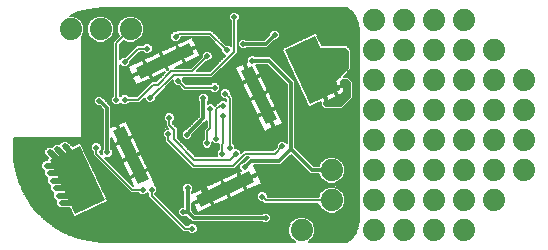
<source format=gbl>
G75*
%MOIN*%
%OFA0B0*%
%FSLAX24Y24*%
%IPPOS*%
%LPD*%
%AMOC8*
5,1,8,0,0,1.08239X$1,22.5*
%
%ADD10R,0.1098X0.2000*%
%ADD11R,0.1969X0.0394*%
%ADD12C,0.0740*%
%ADD13C,0.0200*%
%ADD14C,0.0120*%
%ADD15C,0.0070*%
%ADD16C,0.0080*%
%ADD17C,0.0060*%
%ADD18C,0.0200*%
%ADD19C,0.0160*%
D10*
G36*
X010792Y002920D02*
X009798Y002456D01*
X008952Y004268D01*
X009946Y004732D01*
X010792Y002920D01*
G37*
G36*
X018631Y006576D02*
X017637Y006112D01*
X016791Y007924D01*
X017785Y008388D01*
X018631Y006576D01*
G37*
D11*
G36*
X015696Y007395D02*
X016527Y005612D01*
X016170Y005445D01*
X015339Y007228D01*
X015696Y007395D01*
G37*
G36*
X011818Y007326D02*
X013601Y008157D01*
X013768Y007800D01*
X011985Y006969D01*
X011818Y007326D01*
G37*
G36*
X011414Y005399D02*
X012245Y003616D01*
X011888Y003449D01*
X011057Y005232D01*
X011414Y005399D01*
G37*
G36*
X013815Y003044D02*
X015598Y003875D01*
X015765Y003518D01*
X013982Y002687D01*
X013815Y003044D01*
G37*
D12*
X017350Y001922D03*
X018350Y001922D03*
X018350Y002922D03*
X018350Y003922D03*
X019750Y003922D03*
X019750Y004922D03*
X020750Y004922D03*
X020750Y003922D03*
X021750Y003922D03*
X021750Y004922D03*
X022750Y004922D03*
X022750Y003922D03*
X022750Y002922D03*
X022750Y001922D03*
X021750Y001922D03*
X020750Y001922D03*
X019750Y001922D03*
X019750Y002922D03*
X020750Y002922D03*
X021750Y002922D03*
X023750Y002922D03*
X023750Y003922D03*
X023750Y004922D03*
X024750Y004922D03*
X024750Y003922D03*
X024750Y005922D03*
X024750Y006922D03*
X023750Y006922D03*
X023750Y005922D03*
X022750Y005922D03*
X022750Y006922D03*
X021750Y006922D03*
X021750Y005922D03*
X020750Y005922D03*
X020750Y006922D03*
X019750Y006922D03*
X019750Y005922D03*
X019750Y007922D03*
X020750Y007922D03*
X021750Y007922D03*
X022750Y007922D03*
X023750Y007922D03*
X022750Y008922D03*
X021750Y008922D03*
X020750Y008922D03*
X019750Y008922D03*
X018350Y008922D03*
X011650Y008622D03*
X010650Y008622D03*
X009650Y008622D03*
D13*
X010278Y007542D03*
X010869Y007542D03*
X011450Y007522D03*
X012200Y007972D03*
X012950Y008172D03*
X013150Y008372D03*
X014200Y007722D03*
X014850Y007922D03*
X015400Y008122D03*
X015300Y008622D03*
X015100Y009022D03*
X016450Y008422D03*
X016850Y008872D03*
X017100Y008872D03*
X017400Y008872D03*
X017650Y008872D03*
X018450Y007672D03*
X018450Y007422D03*
X018750Y007672D03*
X018850Y006722D03*
X018850Y006422D03*
X018600Y006272D03*
X018300Y006172D03*
X016700Y006522D03*
X016200Y005172D03*
X015600Y005172D03*
X014950Y004672D03*
X015150Y004472D03*
X014700Y004472D03*
X014500Y004972D03*
X014195Y004818D03*
X013525Y005105D03*
X012900Y005122D03*
X012937Y005662D03*
X012351Y005111D03*
X012339Y005709D03*
X012300Y006322D03*
X011450Y006272D03*
X011170Y006262D03*
X010600Y006222D03*
X010276Y006174D03*
X010620Y005648D03*
X010500Y004672D03*
X010870Y004512D03*
X009450Y004722D03*
X009200Y004622D03*
X008950Y004522D03*
X008850Y004072D03*
X008950Y003822D03*
X009050Y003572D03*
X009150Y003322D03*
X009250Y003072D03*
X009350Y002822D03*
X009350Y002402D03*
X009350Y002142D03*
X010950Y002072D03*
X012050Y003272D03*
X012350Y003272D03*
X013400Y002522D03*
X013010Y002072D03*
X013700Y001972D03*
X013550Y003322D03*
X014100Y003322D03*
X012937Y004517D03*
X014300Y005972D03*
X014073Y006322D03*
X014450Y006672D03*
X014800Y006472D03*
X015150Y006472D03*
X014737Y006068D03*
X014737Y005713D03*
X015600Y005822D03*
X016700Y004722D03*
X016050Y003922D03*
X015450Y004022D03*
X016036Y003036D03*
X016150Y002322D03*
X016950Y003222D03*
X013820Y006891D03*
X013230Y006892D03*
X013230Y006302D03*
X015700Y007572D03*
D14*
X016250Y007572D01*
X017000Y006822D01*
X017000Y004622D01*
X016600Y004222D01*
X015650Y004222D01*
X015450Y004022D01*
X017000Y004622D02*
X017700Y003922D01*
X018350Y003922D01*
X018600Y006272D02*
X018400Y006672D01*
X018450Y006622D01*
X018850Y006822D01*
X018450Y006572D02*
X018600Y006272D01*
X018450Y006572D02*
X017711Y007250D01*
X016450Y008422D02*
X016150Y008122D01*
X015400Y008122D01*
X014073Y006322D02*
X014073Y005653D01*
X013525Y005105D01*
X013550Y003322D02*
X013550Y002522D01*
X013750Y002322D01*
X016150Y002322D01*
X013550Y002522D02*
X013400Y002522D01*
X011000Y002072D02*
X010950Y002072D01*
X010870Y004512D02*
X010869Y004513D01*
X010869Y005989D01*
X010636Y006222D01*
X010600Y006222D01*
D15*
X011450Y006272D02*
X011900Y006272D01*
X012400Y006772D01*
X012550Y006772D01*
X013000Y007222D01*
X013700Y007222D01*
X014200Y007722D01*
X014850Y007922D02*
X014300Y008472D01*
X013250Y008472D01*
X013150Y008372D01*
X012200Y007972D02*
X011900Y007972D01*
X011450Y007522D01*
X012300Y006322D02*
X013080Y007102D01*
X014330Y007102D01*
X015100Y007872D01*
X015100Y009022D01*
X014450Y006672D02*
X013450Y006672D01*
X013230Y006892D01*
X012937Y005662D02*
X012937Y005435D01*
X013100Y005272D01*
X013100Y004949D01*
X013777Y004272D01*
X014950Y004272D01*
X015150Y004472D01*
X014950Y004672D02*
X014950Y006322D01*
X014800Y006472D01*
X014737Y006068D02*
X014619Y006068D01*
X014500Y005950D01*
X014500Y004972D01*
X014500Y004972D01*
X014700Y004772D02*
X014700Y004472D01*
X014700Y004772D02*
X014737Y004809D01*
X014737Y005713D01*
X014300Y005972D02*
X014300Y005323D01*
X014195Y005218D01*
X014195Y004818D01*
X013750Y004072D02*
X015070Y004072D01*
X015470Y004472D01*
X016450Y004472D01*
X016700Y004722D01*
X018100Y006122D02*
X018100Y006179D01*
X018159Y006206D01*
X018104Y006326D01*
X018156Y006378D01*
X018223Y006236D01*
X018705Y006461D01*
X018732Y006484D01*
X018752Y006513D01*
X018765Y006546D01*
X018768Y006582D01*
X018762Y006617D01*
X018645Y006867D01*
X018700Y006922D01*
X018850Y006922D01*
X018950Y006822D01*
X018950Y006372D01*
X018650Y006072D01*
X018150Y006072D01*
X018100Y006122D01*
X018100Y006149D02*
X018727Y006149D01*
X018795Y006217D02*
X018154Y006217D01*
X018122Y006286D02*
X018200Y006286D01*
X018168Y006354D02*
X018132Y006354D01*
X018329Y006286D02*
X018864Y006286D01*
X018932Y006354D02*
X018476Y006354D01*
X018623Y006423D02*
X018950Y006423D01*
X018950Y006491D02*
X018737Y006491D01*
X018766Y006560D02*
X018950Y006560D01*
X018950Y006628D02*
X018756Y006628D01*
X018724Y006697D02*
X018950Y006697D01*
X018950Y006765D02*
X018692Y006765D01*
X018660Y006834D02*
X018938Y006834D01*
X018870Y006902D02*
X018680Y006902D01*
X018658Y006080D02*
X018142Y006080D01*
X018350Y002922D02*
X016150Y002922D01*
X016036Y003036D01*
X013750Y004072D02*
X012900Y004922D01*
X012900Y005122D01*
X012350Y003272D02*
X012350Y003072D01*
X013450Y001972D01*
X013700Y001972D01*
X012050Y003272D02*
X011700Y003272D01*
X010500Y004472D01*
X010500Y004672D01*
D16*
X011170Y006262D02*
X011170Y008142D01*
X011650Y008622D01*
D17*
X008898Y003470D02*
X007965Y003470D01*
X007941Y003528D02*
X008870Y003528D01*
X008870Y003497D02*
X008970Y003397D01*
X008970Y003247D01*
X009070Y003147D01*
X009070Y002997D01*
X009170Y002897D01*
X009170Y002747D01*
X009275Y002642D01*
X009622Y002642D01*
X009738Y002392D01*
X009801Y002369D01*
X010856Y002862D01*
X010879Y002924D01*
X010006Y004797D01*
X009943Y004819D01*
X009714Y004712D01*
X009525Y004902D01*
X009375Y004902D01*
X009275Y004802D01*
X009275Y004802D01*
X009125Y004802D01*
X009025Y004702D01*
X009025Y004702D01*
X008875Y004702D01*
X008770Y004597D01*
X008770Y004447D01*
X008890Y004328D01*
X008888Y004327D01*
X008865Y004265D01*
X008871Y004252D01*
X008775Y004252D01*
X008670Y004147D01*
X008670Y003997D01*
X008770Y003897D01*
X008770Y003747D01*
X008870Y003647D01*
X008870Y003497D01*
X008870Y003587D02*
X007917Y003587D01*
X007892Y003645D02*
X008870Y003645D01*
X008870Y003647D02*
X008870Y003647D01*
X008814Y003704D02*
X007879Y003704D01*
X007889Y003654D02*
X007774Y004229D01*
X007760Y004522D01*
X007760Y004975D01*
X009995Y004975D01*
X010013Y004992D01*
X010013Y008349D01*
X010031Y008367D01*
X010100Y008533D01*
X010100Y008712D01*
X010031Y008877D01*
X009905Y009004D01*
X009740Y009072D01*
X009613Y009072D01*
X009882Y009183D01*
X010457Y009298D01*
X010750Y009312D01*
X018850Y009312D01*
X018920Y009269D01*
X019016Y009188D01*
X019097Y009092D01*
X019163Y008985D01*
X019211Y008869D01*
X019240Y008747D01*
X019250Y008622D01*
X019250Y002222D01*
X019240Y002097D01*
X019211Y001975D01*
X019163Y001859D01*
X019097Y001752D01*
X019016Y001656D01*
X018920Y001575D01*
X018850Y001532D01*
X017584Y001532D01*
X017605Y001541D01*
X017731Y001667D01*
X017800Y001833D01*
X017800Y002012D01*
X017731Y002177D01*
X017605Y002304D01*
X017440Y002372D01*
X017260Y002372D01*
X017095Y002304D01*
X016969Y002177D01*
X016900Y002012D01*
X016900Y001833D01*
X016969Y001667D01*
X017095Y001541D01*
X017116Y001532D01*
X010750Y001532D01*
X010457Y001546D01*
X009882Y001661D01*
X009341Y001885D01*
X008853Y002211D01*
X008439Y002625D01*
X008113Y003113D01*
X007889Y003654D01*
X007867Y003762D02*
X008770Y003762D01*
X008770Y003821D02*
X007856Y003821D01*
X007844Y003879D02*
X008770Y003879D01*
X008770Y003897D02*
X008770Y003897D01*
X008730Y003938D02*
X007832Y003938D01*
X007821Y003996D02*
X008671Y003996D01*
X008670Y004055D02*
X007809Y004055D01*
X007797Y004113D02*
X008670Y004113D01*
X008695Y004172D02*
X007786Y004172D01*
X007774Y004230D02*
X008753Y004230D01*
X008874Y004289D02*
X007771Y004289D01*
X007769Y004347D02*
X008870Y004347D01*
X008812Y004406D02*
X007766Y004406D01*
X007763Y004464D02*
X008770Y004464D01*
X008770Y004523D02*
X007760Y004523D01*
X007760Y004581D02*
X008770Y004581D01*
X008813Y004640D02*
X007760Y004640D01*
X007760Y004698D02*
X008871Y004698D01*
X009080Y004757D02*
X007760Y004757D01*
X007760Y004815D02*
X009288Y004815D01*
X009347Y004874D02*
X007760Y004874D01*
X007760Y004932D02*
X010729Y004932D01*
X010729Y004874D02*
X009553Y004874D01*
X009612Y004815D02*
X009935Y004815D01*
X009955Y004815D02*
X010388Y004815D01*
X010425Y004852D02*
X010320Y004747D01*
X010320Y004597D01*
X010385Y004532D01*
X010385Y004424D01*
X010452Y004357D01*
X011652Y003157D01*
X011851Y003157D01*
X011871Y003150D01*
X011887Y003157D01*
X011910Y003157D01*
X011975Y003092D01*
X012125Y003092D01*
X012200Y003167D01*
X012235Y003132D01*
X012235Y003024D01*
X012302Y002957D01*
X012302Y002957D01*
X013335Y001924D01*
X013402Y001857D01*
X013560Y001857D01*
X013625Y001792D01*
X013775Y001792D01*
X013880Y001897D01*
X013880Y002047D01*
X013775Y002152D01*
X013625Y002152D01*
X013560Y002087D01*
X013498Y002087D01*
X012465Y003120D01*
X012465Y003132D01*
X012530Y003197D01*
X012530Y003347D01*
X012464Y003413D01*
X012470Y003416D01*
X012479Y003439D01*
X012257Y003915D01*
X012234Y003923D01*
X011984Y003807D01*
X011976Y003784D01*
X012035Y003658D01*
X011971Y003628D01*
X011907Y003765D01*
X011884Y003773D01*
X011634Y003657D01*
X011626Y003634D01*
X011735Y003399D01*
X010803Y004332D01*
X010945Y004332D01*
X011050Y004437D01*
X011050Y004587D01*
X011009Y004628D01*
X011009Y004999D01*
X011098Y004808D01*
X011121Y004800D01*
X011370Y004916D01*
X011379Y004939D01*
X011157Y005415D01*
X011134Y005423D01*
X011009Y005365D01*
X011009Y006047D01*
X010780Y006276D01*
X010780Y006297D01*
X010675Y006402D01*
X010525Y006402D01*
X010420Y006297D01*
X010420Y006147D01*
X010525Y006042D01*
X010618Y006042D01*
X010729Y005931D01*
X010729Y004626D01*
X010690Y004587D01*
X010690Y004445D01*
X010615Y004520D01*
X010615Y004532D01*
X010680Y004597D01*
X010680Y004747D01*
X010575Y004852D01*
X010425Y004852D01*
X010330Y004757D02*
X010024Y004757D01*
X010052Y004698D02*
X010320Y004698D01*
X010320Y004640D02*
X010079Y004640D01*
X010106Y004581D02*
X010336Y004581D01*
X010385Y004523D02*
X010134Y004523D01*
X010161Y004464D02*
X010385Y004464D01*
X010404Y004406D02*
X010188Y004406D01*
X010215Y004347D02*
X010462Y004347D01*
X010521Y004289D02*
X010243Y004289D01*
X010270Y004230D02*
X010579Y004230D01*
X010638Y004172D02*
X010297Y004172D01*
X010324Y004113D02*
X010696Y004113D01*
X010755Y004055D02*
X010352Y004055D01*
X010379Y003996D02*
X010813Y003996D01*
X010872Y003938D02*
X010406Y003938D01*
X010434Y003879D02*
X010930Y003879D01*
X010989Y003821D02*
X010461Y003821D01*
X010488Y003762D02*
X011047Y003762D01*
X011106Y003704D02*
X010515Y003704D01*
X010543Y003645D02*
X011164Y003645D01*
X011223Y003587D02*
X010570Y003587D01*
X010597Y003528D02*
X011281Y003528D01*
X011340Y003470D02*
X010625Y003470D01*
X010652Y003411D02*
X011398Y003411D01*
X011457Y003353D02*
X010679Y003353D01*
X010706Y003294D02*
X011515Y003294D01*
X011574Y003236D02*
X010734Y003236D01*
X010761Y003177D02*
X011632Y003177D01*
X011724Y003411D02*
X011730Y003411D01*
X011703Y003470D02*
X011665Y003470D01*
X011675Y003528D02*
X011607Y003528D01*
X011648Y003587D02*
X011548Y003587D01*
X011490Y003645D02*
X011630Y003645D01*
X011621Y003700D02*
X011870Y003816D01*
X011879Y003839D01*
X011657Y004315D01*
X011634Y004323D01*
X011384Y004207D01*
X011376Y004184D01*
X011598Y003708D01*
X011621Y003700D01*
X011630Y003704D02*
X011734Y003704D01*
X011755Y003762D02*
X011859Y003762D01*
X011908Y003762D02*
X011986Y003762D01*
X012013Y003704D02*
X011935Y003704D01*
X011963Y003645D02*
X012006Y003645D01*
X012013Y003821D02*
X011872Y003821D01*
X011860Y003879D02*
X011938Y003879D01*
X011948Y003858D02*
X011971Y003850D01*
X012220Y003966D01*
X012229Y003989D01*
X012007Y004465D01*
X011984Y004473D01*
X011734Y004357D01*
X011726Y004334D01*
X011948Y003858D01*
X011911Y003938D02*
X011833Y003938D01*
X011806Y003996D02*
X011883Y003996D01*
X011856Y004055D02*
X011778Y004055D01*
X011751Y004113D02*
X011829Y004113D01*
X011802Y004172D02*
X011724Y004172D01*
X011696Y004230D02*
X011774Y004230D01*
X011747Y004289D02*
X011669Y004289D01*
X011731Y004347D02*
X011580Y004347D01*
X011620Y004366D02*
X011371Y004250D01*
X011348Y004258D01*
X011126Y004734D01*
X011134Y004757D01*
X011384Y004873D01*
X011407Y004865D01*
X011629Y004389D01*
X011620Y004366D01*
X011621Y004406D02*
X011705Y004406D01*
X011698Y004408D02*
X011721Y004400D01*
X011970Y004516D01*
X011979Y004539D01*
X011757Y005015D01*
X011734Y005023D01*
X011484Y004907D01*
X011476Y004884D01*
X011698Y004408D01*
X011734Y004406D02*
X011838Y004406D01*
X011859Y004464D02*
X011964Y004464D01*
X012007Y004464D02*
X013195Y004464D01*
X013137Y004523D02*
X011973Y004523D01*
X011959Y004581D02*
X013078Y004581D01*
X013020Y004640D02*
X011932Y004640D01*
X011905Y004698D02*
X012961Y004698D01*
X012903Y004757D02*
X011877Y004757D01*
X011850Y004815D02*
X012844Y004815D01*
X012852Y004807D02*
X013635Y004024D01*
X013702Y003957D01*
X015118Y003957D01*
X015518Y004357D01*
X015587Y004357D01*
X015432Y004202D01*
X015375Y004202D01*
X015270Y004097D01*
X015270Y003947D01*
X015313Y003905D01*
X015257Y003879D01*
X015249Y003856D01*
X015365Y003607D01*
X015388Y003598D01*
X015864Y003820D01*
X015872Y003843D01*
X015761Y004082D01*
X016658Y004082D01*
X016740Y004164D01*
X016740Y004164D01*
X017000Y004424D01*
X017560Y003864D01*
X017642Y003782D01*
X017921Y003782D01*
X017969Y003667D01*
X018095Y003541D01*
X018260Y003472D01*
X018440Y003472D01*
X018605Y003541D01*
X018731Y003667D01*
X018800Y003833D01*
X018800Y004012D01*
X018731Y004177D01*
X018605Y004304D01*
X018440Y004372D01*
X018260Y004372D01*
X018095Y004304D01*
X017969Y004177D01*
X017921Y004062D01*
X017758Y004062D01*
X017140Y004680D01*
X017140Y006880D01*
X017058Y006962D01*
X016390Y007630D01*
X016308Y007712D01*
X015815Y007712D01*
X015775Y007752D01*
X015625Y007752D01*
X015520Y007647D01*
X015520Y007524D01*
X015484Y007507D01*
X015476Y007484D01*
X015698Y007008D01*
X015721Y007000D01*
X015970Y007116D01*
X015979Y007139D01*
X015842Y007432D01*
X016192Y007432D01*
X016860Y006764D01*
X016860Y004817D01*
X016775Y004902D01*
X016625Y004902D01*
X016520Y004797D01*
X016520Y004705D01*
X016402Y004587D01*
X015422Y004587D01*
X015355Y004520D01*
X015330Y004495D01*
X015330Y004547D01*
X015225Y004652D01*
X015130Y004652D01*
X015130Y004747D01*
X015065Y004812D01*
X015065Y006370D01*
X014980Y006455D01*
X014980Y006547D01*
X014875Y006652D01*
X014725Y006652D01*
X014620Y006547D01*
X014620Y006397D01*
X014725Y006292D01*
X014817Y006292D01*
X014835Y006274D01*
X014835Y006224D01*
X014811Y006248D01*
X014662Y006248D01*
X014597Y006183D01*
X014571Y006183D01*
X014457Y006069D01*
X014375Y006152D01*
X014225Y006152D01*
X014213Y006140D01*
X014213Y006207D01*
X014253Y006247D01*
X014253Y006397D01*
X014148Y006502D01*
X013999Y006502D01*
X013893Y006397D01*
X013893Y006247D01*
X013933Y006207D01*
X013933Y005711D01*
X013507Y005285D01*
X013450Y005285D01*
X013345Y005179D01*
X013345Y005030D01*
X013450Y004925D01*
X013600Y004925D01*
X013705Y005030D01*
X013705Y005087D01*
X014131Y005513D01*
X014185Y005567D01*
X014185Y005370D01*
X014080Y005265D01*
X014080Y004957D01*
X014015Y004892D01*
X014015Y004743D01*
X014120Y004638D01*
X014270Y004638D01*
X014375Y004743D01*
X014375Y004842D01*
X014425Y004792D01*
X014575Y004792D01*
X014585Y004802D01*
X014585Y004612D01*
X014520Y004547D01*
X014520Y004397D01*
X014530Y004387D01*
X013825Y004387D01*
X013215Y004997D01*
X013215Y005320D01*
X013148Y005387D01*
X013052Y005482D01*
X013052Y005522D01*
X013117Y005587D01*
X013117Y005737D01*
X013012Y005842D01*
X012863Y005842D01*
X012757Y005737D01*
X012757Y005587D01*
X012822Y005522D01*
X012822Y005387D01*
X012907Y005302D01*
X012825Y005302D01*
X012720Y005197D01*
X012720Y005047D01*
X012785Y004982D01*
X012785Y004874D01*
X012852Y004807D01*
X012852Y004807D01*
X012786Y004874D02*
X011823Y004874D01*
X011796Y004932D02*
X012785Y004932D01*
X012777Y004991D02*
X011768Y004991D01*
X011720Y005066D02*
X011729Y005089D01*
X011507Y005565D01*
X011484Y005573D01*
X011234Y005457D01*
X011226Y005434D01*
X011448Y004958D01*
X011471Y004950D01*
X011720Y005066D01*
X011684Y005049D02*
X012720Y005049D01*
X012720Y005108D02*
X011720Y005108D01*
X011693Y005166D02*
X012720Y005166D01*
X012748Y005225D02*
X011666Y005225D01*
X011638Y005283D02*
X012806Y005283D01*
X012868Y005342D02*
X011611Y005342D01*
X011584Y005400D02*
X012822Y005400D01*
X012822Y005459D02*
X011556Y005459D01*
X011529Y005517D02*
X012822Y005517D01*
X012769Y005576D02*
X011009Y005576D01*
X011009Y005634D02*
X012757Y005634D01*
X012757Y005693D02*
X011009Y005693D01*
X011009Y005751D02*
X012772Y005751D01*
X012830Y005810D02*
X011009Y005810D01*
X011009Y005868D02*
X013933Y005868D01*
X013933Y005810D02*
X013044Y005810D01*
X013103Y005751D02*
X013933Y005751D01*
X013915Y005693D02*
X013117Y005693D01*
X013117Y005634D02*
X013857Y005634D01*
X013798Y005576D02*
X013105Y005576D01*
X013052Y005517D02*
X013740Y005517D01*
X013681Y005459D02*
X013076Y005459D01*
X013135Y005400D02*
X013623Y005400D01*
X013564Y005342D02*
X013193Y005342D01*
X013215Y005283D02*
X013449Y005283D01*
X013390Y005225D02*
X013215Y005225D01*
X013215Y005166D02*
X013345Y005166D01*
X013345Y005108D02*
X013215Y005108D01*
X013215Y005049D02*
X013345Y005049D01*
X013384Y004991D02*
X013222Y004991D01*
X013280Y004932D02*
X013443Y004932D01*
X013339Y004874D02*
X014015Y004874D01*
X014015Y004815D02*
X013397Y004815D01*
X013456Y004757D02*
X014015Y004757D01*
X014060Y004698D02*
X013514Y004698D01*
X013573Y004640D02*
X014119Y004640D01*
X014271Y004640D02*
X014585Y004640D01*
X014585Y004698D02*
X014330Y004698D01*
X014375Y004757D02*
X014585Y004757D01*
X014554Y004581D02*
X013631Y004581D01*
X013690Y004523D02*
X014520Y004523D01*
X014520Y004464D02*
X013748Y004464D01*
X013807Y004406D02*
X014520Y004406D01*
X014402Y004815D02*
X014375Y004815D01*
X014055Y004932D02*
X013607Y004932D01*
X013666Y004991D02*
X014080Y004991D01*
X014080Y005049D02*
X013705Y005049D01*
X013726Y005108D02*
X014080Y005108D01*
X014080Y005166D02*
X013785Y005166D01*
X013843Y005225D02*
X014080Y005225D01*
X014098Y005283D02*
X013902Y005283D01*
X013960Y005342D02*
X014156Y005342D01*
X014185Y005400D02*
X014019Y005400D01*
X014077Y005459D02*
X014185Y005459D01*
X014185Y005517D02*
X014136Y005517D01*
X013933Y005927D02*
X011009Y005927D01*
X011009Y005985D02*
X013933Y005985D01*
X013933Y006044D02*
X011009Y006044D01*
X010954Y006102D02*
X011075Y006102D01*
X011095Y006082D02*
X011245Y006082D01*
X011315Y006152D01*
X011375Y006092D01*
X011525Y006092D01*
X011590Y006157D01*
X011948Y006157D01*
X012015Y006224D01*
X012120Y006329D01*
X012120Y006247D01*
X012225Y006142D01*
X012375Y006142D01*
X012480Y006247D01*
X012480Y006339D01*
X013050Y006909D01*
X013050Y006817D01*
X013155Y006712D01*
X013247Y006712D01*
X013402Y006557D01*
X014310Y006557D01*
X014375Y006492D01*
X014525Y006492D01*
X014630Y006597D01*
X014630Y006747D01*
X014525Y006852D01*
X014375Y006852D01*
X014310Y006787D01*
X013498Y006787D01*
X013410Y006875D01*
X013410Y006967D01*
X013390Y006987D01*
X014378Y006987D01*
X015148Y007757D01*
X015215Y007824D01*
X015215Y008882D01*
X015280Y008947D01*
X015280Y009097D01*
X015175Y009202D01*
X015025Y009202D01*
X014920Y009097D01*
X014920Y008947D01*
X014985Y008882D01*
X014985Y008042D01*
X014925Y008102D01*
X014833Y008102D01*
X014415Y008520D01*
X014348Y008587D01*
X013202Y008587D01*
X013167Y008552D01*
X013075Y008552D01*
X012970Y008447D01*
X012970Y008297D01*
X013075Y008192D01*
X013225Y008192D01*
X013330Y008297D01*
X013330Y008357D01*
X014252Y008357D01*
X014670Y007939D01*
X014670Y007847D01*
X014775Y007742D01*
X014807Y007742D01*
X014282Y007217D01*
X013858Y007217D01*
X014183Y007542D01*
X014275Y007542D01*
X014380Y007647D01*
X014380Y007797D01*
X014275Y007902D01*
X014125Y007902D01*
X014020Y007797D01*
X014020Y007705D01*
X013652Y007337D01*
X013129Y007337D01*
X013414Y007470D01*
X013422Y007493D01*
X013306Y007742D01*
X013283Y007751D01*
X012807Y007529D01*
X012799Y007506D01*
X012577Y007506D01*
X012619Y007448D02*
X012452Y007448D01*
X012493Y007389D02*
X012326Y007389D01*
X012368Y007331D02*
X012168Y007331D01*
X012164Y007320D02*
X012172Y007343D01*
X012056Y007592D01*
X012033Y007601D01*
X011565Y007383D01*
X011630Y007447D01*
X011630Y007539D01*
X011948Y007857D01*
X012060Y007857D01*
X012125Y007792D01*
X012275Y007792D01*
X012380Y007897D01*
X012380Y008047D01*
X012275Y008152D01*
X012125Y008152D01*
X012060Y008087D01*
X011852Y008087D01*
X011785Y008020D01*
X011467Y007702D01*
X011375Y007702D01*
X011290Y007617D01*
X011290Y008092D01*
X011426Y008228D01*
X011560Y008172D01*
X011740Y008172D01*
X011905Y008241D01*
X012031Y008367D01*
X012100Y008533D01*
X012100Y008712D01*
X012031Y008877D01*
X011905Y009004D01*
X011740Y009072D01*
X011560Y009072D01*
X011395Y009004D01*
X011269Y008877D01*
X011200Y008712D01*
X011200Y008533D01*
X011256Y008398D01*
X011050Y008192D01*
X011050Y006397D01*
X010990Y006337D01*
X010990Y006187D01*
X011095Y006082D01*
X011017Y006161D02*
X010895Y006161D01*
X010837Y006219D02*
X010990Y006219D01*
X010990Y006278D02*
X010780Y006278D01*
X010741Y006336D02*
X010990Y006336D01*
X011048Y006395D02*
X010682Y006395D01*
X010518Y006395D02*
X010013Y006395D01*
X010013Y006453D02*
X011050Y006453D01*
X011050Y006512D02*
X010013Y006512D01*
X010013Y006570D02*
X011050Y006570D01*
X011050Y006629D02*
X010013Y006629D01*
X010013Y006687D02*
X011050Y006687D01*
X011050Y006746D02*
X010013Y006746D01*
X010013Y006804D02*
X011050Y006804D01*
X011050Y006863D02*
X010013Y006863D01*
X010013Y006921D02*
X011050Y006921D01*
X011050Y006980D02*
X010013Y006980D01*
X010013Y007038D02*
X011050Y007038D01*
X011050Y007097D02*
X010013Y007097D01*
X010013Y007155D02*
X011050Y007155D01*
X011050Y007214D02*
X010013Y007214D01*
X010013Y007272D02*
X011050Y007272D01*
X011050Y007331D02*
X010013Y007331D01*
X010013Y007389D02*
X011050Y007389D01*
X011050Y007448D02*
X010013Y007448D01*
X010013Y007506D02*
X011050Y007506D01*
X011050Y007565D02*
X010013Y007565D01*
X010013Y007623D02*
X011050Y007623D01*
X011050Y007682D02*
X010013Y007682D01*
X010013Y007740D02*
X011050Y007740D01*
X011050Y007799D02*
X010013Y007799D01*
X010013Y007857D02*
X011050Y007857D01*
X011050Y007916D02*
X010013Y007916D01*
X010013Y007974D02*
X011050Y007974D01*
X011050Y008033D02*
X010013Y008033D01*
X010013Y008091D02*
X011050Y008091D01*
X011050Y008150D02*
X010013Y008150D01*
X010013Y008208D02*
X010474Y008208D01*
X010395Y008241D02*
X010560Y008172D01*
X010740Y008172D01*
X010905Y008241D01*
X011031Y008367D01*
X011100Y008533D01*
X011100Y008712D01*
X011031Y008877D01*
X010905Y009004D01*
X010740Y009072D01*
X010560Y009072D01*
X010395Y009004D01*
X010269Y008877D01*
X010200Y008712D01*
X010200Y008533D01*
X010269Y008367D01*
X010395Y008241D01*
X010369Y008267D02*
X010013Y008267D01*
X010013Y008325D02*
X010311Y008325D01*
X010262Y008384D02*
X010038Y008384D01*
X010063Y008442D02*
X010237Y008442D01*
X010213Y008501D02*
X010087Y008501D01*
X010100Y008559D02*
X010200Y008559D01*
X010200Y008618D02*
X010100Y008618D01*
X010100Y008676D02*
X010200Y008676D01*
X010210Y008735D02*
X010090Y008735D01*
X010066Y008793D02*
X010234Y008793D01*
X010258Y008852D02*
X010042Y008852D01*
X009998Y008910D02*
X010302Y008910D01*
X010360Y008969D02*
X009940Y008969D01*
X009848Y009027D02*
X010452Y009027D01*
X010273Y009261D02*
X018930Y009261D01*
X018998Y009203D02*
X009979Y009203D01*
X009787Y009144D02*
X014967Y009144D01*
X014920Y009086D02*
X009646Y009086D01*
X010848Y009027D02*
X011452Y009027D01*
X011360Y008969D02*
X010940Y008969D01*
X010998Y008910D02*
X011302Y008910D01*
X011258Y008852D02*
X011042Y008852D01*
X011066Y008793D02*
X011234Y008793D01*
X011210Y008735D02*
X011090Y008735D01*
X011100Y008676D02*
X011200Y008676D01*
X011200Y008618D02*
X011100Y008618D01*
X011100Y008559D02*
X011200Y008559D01*
X011213Y008501D02*
X011087Y008501D01*
X011063Y008442D02*
X011237Y008442D01*
X011242Y008384D02*
X011038Y008384D01*
X010989Y008325D02*
X011183Y008325D01*
X011125Y008267D02*
X010931Y008267D01*
X010826Y008208D02*
X011066Y008208D01*
X011290Y008091D02*
X012064Y008091D01*
X012123Y008150D02*
X011347Y008150D01*
X011406Y008208D02*
X011474Y008208D01*
X011290Y008033D02*
X011798Y008033D01*
X011739Y007974D02*
X011290Y007974D01*
X011290Y007916D02*
X011681Y007916D01*
X011622Y007857D02*
X011290Y007857D01*
X011290Y007799D02*
X011564Y007799D01*
X011505Y007740D02*
X011290Y007740D01*
X011290Y007682D02*
X011355Y007682D01*
X011296Y007623D02*
X011290Y007623D01*
X011290Y007427D02*
X011375Y007342D01*
X011525Y007342D01*
X011555Y007372D01*
X011549Y007356D01*
X011665Y007107D01*
X011688Y007098D01*
X012164Y007320D01*
X012215Y007357D02*
X012238Y007348D01*
X012714Y007570D01*
X012722Y007593D01*
X012606Y007842D01*
X012583Y007851D01*
X012107Y007629D01*
X012099Y007606D01*
X012215Y007357D01*
X012200Y007389D02*
X012151Y007389D01*
X012172Y007448D02*
X012124Y007448D01*
X012145Y007506D02*
X012096Y007506D01*
X012118Y007565D02*
X012069Y007565D01*
X012105Y007623D02*
X011714Y007623D01*
X011772Y007682D02*
X012220Y007682D01*
X012281Y007799D02*
X012471Y007799D01*
X012346Y007740D02*
X011831Y007740D01*
X011889Y007799D02*
X012119Y007799D01*
X012340Y007857D02*
X012649Y007857D01*
X012649Y007856D02*
X012765Y007607D01*
X012788Y007598D01*
X013264Y007820D01*
X013272Y007843D01*
X013156Y008092D01*
X013133Y008101D01*
X012657Y007879D01*
X012649Y007856D01*
X012627Y007799D02*
X012675Y007799D01*
X012654Y007740D02*
X012703Y007740D01*
X012681Y007682D02*
X012730Y007682D01*
X012708Y007623D02*
X012757Y007623D01*
X012703Y007565D02*
X012884Y007565D01*
X012842Y007623D02*
X013009Y007623D01*
X012967Y007682D02*
X013135Y007682D01*
X013093Y007740D02*
X013260Y007740D01*
X013307Y007740D02*
X013356Y007740D01*
X013349Y007756D02*
X013465Y007507D01*
X013488Y007498D01*
X013964Y007720D01*
X013972Y007743D01*
X013856Y007992D01*
X013833Y008001D01*
X013357Y007779D01*
X013349Y007756D01*
X013399Y007799D02*
X013218Y007799D01*
X013266Y007857D02*
X013315Y007857D01*
X013338Y007848D01*
X013814Y008070D01*
X013822Y008093D01*
X013706Y008342D01*
X013683Y008351D01*
X013207Y008129D01*
X013199Y008106D01*
X013315Y007857D01*
X013358Y007857D02*
X013525Y007857D01*
X013483Y007916D02*
X013650Y007916D01*
X013609Y007974D02*
X013776Y007974D01*
X013734Y008033D02*
X014577Y008033D01*
X014518Y008091D02*
X013822Y008091D01*
X013796Y008150D02*
X014460Y008150D01*
X014401Y008208D02*
X013769Y008208D01*
X013742Y008267D02*
X014343Y008267D01*
X014284Y008325D02*
X013714Y008325D01*
X013628Y008325D02*
X013330Y008325D01*
X013299Y008267D02*
X013502Y008267D01*
X013377Y008208D02*
X013241Y008208D01*
X013251Y008150D02*
X012277Y008150D01*
X012336Y008091D02*
X013112Y008091D01*
X013157Y008091D02*
X013205Y008091D01*
X013184Y008033D02*
X013233Y008033D01*
X013211Y007974D02*
X013260Y007974D01*
X013239Y007916D02*
X013287Y007916D01*
X013335Y007682D02*
X013383Y007682D01*
X013362Y007623D02*
X013411Y007623D01*
X013389Y007565D02*
X013438Y007565D01*
X013416Y007506D02*
X013466Y007506D01*
X013506Y007506D02*
X013821Y007506D01*
X013763Y007448D02*
X013366Y007448D01*
X013241Y007389D02*
X013704Y007389D01*
X013631Y007565D02*
X013880Y007565D01*
X013938Y007623D02*
X013756Y007623D01*
X013882Y007682D02*
X013997Y007682D01*
X014020Y007740D02*
X013971Y007740D01*
X013947Y007799D02*
X014022Y007799D01*
X014080Y007857D02*
X013919Y007857D01*
X013892Y007916D02*
X014670Y007916D01*
X014670Y007857D02*
X014320Y007857D01*
X014378Y007799D02*
X014719Y007799D01*
X014805Y007740D02*
X014380Y007740D01*
X014380Y007682D02*
X014747Y007682D01*
X014688Y007623D02*
X014356Y007623D01*
X014297Y007565D02*
X014630Y007565D01*
X014571Y007506D02*
X014147Y007506D01*
X014088Y007448D02*
X014513Y007448D01*
X014454Y007389D02*
X014030Y007389D01*
X013971Y007331D02*
X014396Y007331D01*
X014337Y007272D02*
X013913Y007272D01*
X014429Y007038D02*
X015264Y007038D01*
X015291Y006980D02*
X013397Y006980D01*
X013410Y006921D02*
X015318Y006921D01*
X015346Y006863D02*
X013422Y006863D01*
X013481Y006804D02*
X014327Y006804D01*
X014573Y006804D02*
X015383Y006804D01*
X015384Y006807D02*
X015376Y006784D01*
X015598Y006308D01*
X015621Y006300D01*
X015870Y006416D01*
X015879Y006439D01*
X015657Y006915D01*
X015634Y006923D01*
X015384Y006807D01*
X015371Y006850D02*
X015620Y006966D01*
X015629Y006989D01*
X015407Y007465D01*
X015384Y007473D01*
X015134Y007357D01*
X015126Y007334D01*
X015348Y006858D01*
X015371Y006850D01*
X015399Y006863D02*
X015503Y006863D01*
X015524Y006921D02*
X015629Y006921D01*
X015640Y006921D02*
X015732Y006921D01*
X015726Y006934D02*
X015948Y006458D01*
X015971Y006450D01*
X016220Y006566D01*
X016229Y006589D01*
X016007Y007065D01*
X015984Y007073D01*
X015734Y006957D01*
X015726Y006934D01*
X015783Y006980D02*
X015625Y006980D01*
X015606Y007038D02*
X015684Y007038D01*
X015657Y007097D02*
X015579Y007097D01*
X015551Y007155D02*
X015629Y007155D01*
X015602Y007214D02*
X015524Y007214D01*
X015497Y007272D02*
X015575Y007272D01*
X015547Y007331D02*
X015470Y007331D01*
X015442Y007389D02*
X015520Y007389D01*
X015493Y007448D02*
X015415Y007448D01*
X015328Y007448D02*
X014838Y007448D01*
X014897Y007506D02*
X015484Y007506D01*
X015520Y007565D02*
X014955Y007565D01*
X015014Y007623D02*
X015520Y007623D01*
X015555Y007682D02*
X015072Y007682D01*
X015131Y007740D02*
X015613Y007740D01*
X015787Y007740D02*
X016788Y007740D01*
X016761Y007799D02*
X015189Y007799D01*
X015215Y007857D02*
X016734Y007857D01*
X016707Y007916D02*
X015215Y007916D01*
X015215Y007974D02*
X015293Y007974D01*
X015325Y007942D02*
X015475Y007942D01*
X015515Y007982D01*
X016208Y007982D01*
X016468Y008242D01*
X016525Y008242D01*
X016630Y008347D01*
X016630Y008497D01*
X016525Y008602D01*
X016375Y008602D01*
X016270Y008497D01*
X016270Y008440D01*
X016092Y008262D01*
X015515Y008262D01*
X015475Y008302D01*
X015325Y008302D01*
X015220Y008197D01*
X015220Y008047D01*
X015325Y007942D01*
X015235Y008033D02*
X015215Y008033D01*
X015215Y008091D02*
X015220Y008091D01*
X015215Y008150D02*
X015220Y008150D01*
X015215Y008208D02*
X015231Y008208D01*
X015215Y008267D02*
X015290Y008267D01*
X015215Y008325D02*
X016155Y008325D01*
X016097Y008267D02*
X015510Y008267D01*
X015507Y007974D02*
X016724Y007974D01*
X016727Y007982D02*
X016704Y007920D01*
X017578Y006048D01*
X017640Y006025D01*
X017985Y006186D01*
X017985Y006074D01*
X018035Y006024D01*
X018102Y005957D01*
X018698Y005957D01*
X018765Y006024D01*
X018765Y006024D01*
X018998Y006257D01*
X019065Y006324D01*
X019065Y006870D01*
X018965Y006970D01*
X018898Y007037D01*
X018771Y007037D01*
X019010Y007276D01*
X019010Y007368D01*
X019010Y007918D01*
X018946Y007982D01*
X018846Y008082D01*
X018018Y008082D01*
X017845Y008452D01*
X017783Y008475D01*
X016727Y007982D01*
X016835Y008033D02*
X016259Y008033D01*
X016317Y008091D02*
X016960Y008091D01*
X017085Y008150D02*
X016376Y008150D01*
X016434Y008208D02*
X017211Y008208D01*
X017336Y008267D02*
X016549Y008267D01*
X016608Y008325D02*
X017462Y008325D01*
X017587Y008384D02*
X016630Y008384D01*
X016630Y008442D02*
X017713Y008442D01*
X017850Y008442D02*
X019250Y008442D01*
X019250Y008384D02*
X017877Y008384D01*
X017904Y008325D02*
X019250Y008325D01*
X019250Y008267D02*
X017931Y008267D01*
X017959Y008208D02*
X019250Y008208D01*
X019250Y008150D02*
X017986Y008150D01*
X018013Y008091D02*
X019250Y008091D01*
X019250Y008033D02*
X018895Y008033D01*
X018954Y007974D02*
X019250Y007974D01*
X019250Y007916D02*
X019010Y007916D01*
X019010Y007857D02*
X019250Y007857D01*
X019250Y007799D02*
X019010Y007799D01*
X019010Y007740D02*
X019250Y007740D01*
X019250Y007682D02*
X019010Y007682D01*
X019010Y007623D02*
X019250Y007623D01*
X019250Y007565D02*
X019010Y007565D01*
X019010Y007506D02*
X019250Y007506D01*
X019250Y007448D02*
X019010Y007448D01*
X019010Y007389D02*
X019250Y007389D01*
X019250Y007331D02*
X019010Y007331D01*
X019006Y007272D02*
X019250Y007272D01*
X019250Y007214D02*
X018947Y007214D01*
X018889Y007155D02*
X019250Y007155D01*
X019250Y007097D02*
X018830Y007097D01*
X018772Y007038D02*
X019250Y007038D01*
X019250Y006980D02*
X018955Y006980D01*
X019014Y006921D02*
X019250Y006921D01*
X019250Y006863D02*
X019065Y006863D01*
X019065Y006804D02*
X019250Y006804D01*
X019250Y006746D02*
X019065Y006746D01*
X019065Y006687D02*
X019250Y006687D01*
X019250Y006629D02*
X019065Y006629D01*
X019065Y006570D02*
X019250Y006570D01*
X019250Y006512D02*
X019065Y006512D01*
X019065Y006453D02*
X019250Y006453D01*
X019250Y006395D02*
X019065Y006395D01*
X019065Y006336D02*
X019250Y006336D01*
X019250Y006278D02*
X019018Y006278D01*
X018998Y006257D02*
X018998Y006257D01*
X018960Y006219D02*
X019250Y006219D01*
X019250Y006161D02*
X018901Y006161D01*
X018843Y006102D02*
X019250Y006102D01*
X019250Y006044D02*
X018784Y006044D01*
X018726Y005985D02*
X019250Y005985D01*
X019250Y005927D02*
X017140Y005927D01*
X017140Y005985D02*
X018074Y005985D01*
X018035Y006024D02*
X018035Y006024D01*
X018016Y006044D02*
X017680Y006044D01*
X017589Y006044D02*
X017140Y006044D01*
X017140Y006102D02*
X017552Y006102D01*
X017525Y006161D02*
X017140Y006161D01*
X017140Y006219D02*
X017498Y006219D01*
X017470Y006278D02*
X017140Y006278D01*
X017140Y006336D02*
X017443Y006336D01*
X017416Y006395D02*
X017140Y006395D01*
X017140Y006453D02*
X017389Y006453D01*
X017361Y006512D02*
X017140Y006512D01*
X017140Y006570D02*
X017334Y006570D01*
X017307Y006629D02*
X017140Y006629D01*
X017140Y006687D02*
X017279Y006687D01*
X017252Y006746D02*
X017140Y006746D01*
X017140Y006804D02*
X017225Y006804D01*
X017198Y006863D02*
X017140Y006863D01*
X017170Y006921D02*
X017099Y006921D01*
X017143Y006980D02*
X017040Y006980D01*
X016982Y007038D02*
X017116Y007038D01*
X017089Y007097D02*
X016923Y007097D01*
X016865Y007155D02*
X017061Y007155D01*
X017034Y007214D02*
X016806Y007214D01*
X016748Y007272D02*
X017007Y007272D01*
X016979Y007331D02*
X016689Y007331D01*
X016631Y007389D02*
X016952Y007389D01*
X016925Y007448D02*
X016572Y007448D01*
X016514Y007506D02*
X016898Y007506D01*
X016870Y007565D02*
X016455Y007565D01*
X016397Y007623D02*
X016843Y007623D01*
X016816Y007682D02*
X016338Y007682D01*
X016235Y007389D02*
X015862Y007389D01*
X015889Y007331D02*
X016293Y007331D01*
X016352Y007272D02*
X015917Y007272D01*
X015944Y007214D02*
X016410Y007214D01*
X016469Y007155D02*
X015971Y007155D01*
X015929Y007097D02*
X016527Y007097D01*
X016586Y007038D02*
X016019Y007038D01*
X016047Y006980D02*
X016644Y006980D01*
X016703Y006921D02*
X016074Y006921D01*
X016101Y006863D02*
X016761Y006863D01*
X016820Y006804D02*
X016129Y006804D01*
X016156Y006746D02*
X016860Y006746D01*
X016860Y006687D02*
X016183Y006687D01*
X016210Y006629D02*
X016860Y006629D01*
X016860Y006570D02*
X016222Y006570D01*
X016234Y006523D02*
X015984Y006407D01*
X015976Y006384D01*
X016198Y005908D01*
X016221Y005900D01*
X016470Y006016D01*
X016479Y006039D01*
X016257Y006515D01*
X016234Y006523D01*
X016258Y006512D02*
X016860Y006512D01*
X016860Y006453D02*
X016286Y006453D01*
X016313Y006395D02*
X016860Y006395D01*
X016860Y006336D02*
X016340Y006336D01*
X016368Y006278D02*
X016860Y006278D01*
X016860Y006219D02*
X016395Y006219D01*
X016422Y006161D02*
X016860Y006161D01*
X016860Y006102D02*
X016449Y006102D01*
X016477Y006044D02*
X016860Y006044D01*
X016860Y005985D02*
X016404Y005985D01*
X016383Y005927D02*
X016279Y005927D01*
X016258Y005868D02*
X016121Y005868D01*
X016120Y005866D02*
X016129Y005889D01*
X015907Y006365D01*
X015884Y006373D01*
X015634Y006257D01*
X015626Y006234D01*
X015848Y005758D01*
X015871Y005750D01*
X016120Y005866D01*
X016134Y005823D02*
X015884Y005707D01*
X015876Y005684D01*
X016098Y005208D01*
X016121Y005200D01*
X016370Y005316D01*
X016379Y005339D01*
X016157Y005815D01*
X016134Y005823D01*
X016159Y005810D02*
X016237Y005810D01*
X016226Y005834D02*
X016448Y005358D01*
X016471Y005350D01*
X016720Y005466D01*
X016729Y005489D01*
X016507Y005965D01*
X016484Y005973D01*
X016234Y005857D01*
X016226Y005834D01*
X016187Y005751D02*
X016265Y005751D01*
X016292Y005693D02*
X016214Y005693D01*
X016241Y005634D02*
X016319Y005634D01*
X016346Y005576D02*
X016268Y005576D01*
X016296Y005517D02*
X016374Y005517D01*
X016401Y005459D02*
X016323Y005459D01*
X016350Y005400D02*
X016428Y005400D01*
X016378Y005342D02*
X016860Y005342D01*
X016860Y005400D02*
X016579Y005400D01*
X016705Y005459D02*
X016860Y005459D01*
X016860Y005517D02*
X016716Y005517D01*
X016688Y005576D02*
X016860Y005576D01*
X016860Y005634D02*
X016661Y005634D01*
X016634Y005693D02*
X016860Y005693D01*
X016860Y005751D02*
X016607Y005751D01*
X016579Y005810D02*
X016860Y005810D01*
X016860Y005868D02*
X016552Y005868D01*
X016525Y005927D02*
X016860Y005927D01*
X017140Y005868D02*
X019250Y005868D01*
X019250Y005810D02*
X017140Y005810D01*
X017140Y005751D02*
X019250Y005751D01*
X019250Y005693D02*
X017140Y005693D01*
X017140Y005634D02*
X019250Y005634D01*
X019250Y005576D02*
X017140Y005576D01*
X017140Y005517D02*
X019250Y005517D01*
X019250Y005459D02*
X017140Y005459D01*
X017140Y005400D02*
X019250Y005400D01*
X019250Y005342D02*
X017140Y005342D01*
X017140Y005283D02*
X019250Y005283D01*
X019250Y005225D02*
X017140Y005225D01*
X017140Y005166D02*
X019250Y005166D01*
X019250Y005108D02*
X017140Y005108D01*
X017140Y005049D02*
X019250Y005049D01*
X019250Y004991D02*
X017140Y004991D01*
X017140Y004932D02*
X019250Y004932D01*
X019250Y004874D02*
X017140Y004874D01*
X017140Y004815D02*
X019250Y004815D01*
X019250Y004757D02*
X017140Y004757D01*
X017140Y004698D02*
X019250Y004698D01*
X019250Y004640D02*
X017180Y004640D01*
X017239Y004581D02*
X019250Y004581D01*
X019250Y004523D02*
X017297Y004523D01*
X017356Y004464D02*
X019250Y004464D01*
X019250Y004406D02*
X017414Y004406D01*
X017473Y004347D02*
X018200Y004347D01*
X018080Y004289D02*
X017531Y004289D01*
X017590Y004230D02*
X018022Y004230D01*
X017966Y004172D02*
X017648Y004172D01*
X017707Y004113D02*
X017942Y004113D01*
X017929Y003762D02*
X015740Y003762D01*
X015782Y003704D02*
X015615Y003704D01*
X015656Y003645D02*
X015489Y003645D01*
X015531Y003587D02*
X015320Y003587D01*
X015322Y003593D02*
X015206Y003842D01*
X015183Y003851D01*
X014707Y003629D01*
X014699Y003606D01*
X014815Y003357D01*
X014838Y003348D01*
X015314Y003570D01*
X015322Y003593D01*
X015298Y003645D02*
X015347Y003645D01*
X015320Y003704D02*
X015271Y003704D01*
X015292Y003762D02*
X015244Y003762D01*
X015265Y003821D02*
X015216Y003821D01*
X015257Y003879D02*
X012274Y003879D01*
X012301Y003821D02*
X015118Y003821D01*
X014993Y003762D02*
X012328Y003762D01*
X012355Y003704D02*
X014867Y003704D01*
X014742Y003645D02*
X012383Y003645D01*
X012410Y003587D02*
X014602Y003587D01*
X014633Y003601D02*
X014656Y003592D01*
X014772Y003343D01*
X014764Y003320D01*
X014288Y003098D01*
X014265Y003107D01*
X014149Y003356D01*
X014157Y003379D01*
X014633Y003601D01*
X014659Y003587D02*
X014708Y003587D01*
X014686Y003528D02*
X014735Y003528D01*
X014713Y003470D02*
X014762Y003470D01*
X014741Y003411D02*
X014789Y003411D01*
X014768Y003353D02*
X014826Y003353D01*
X014848Y003353D02*
X015015Y003353D01*
X014973Y003411D02*
X015141Y003411D01*
X015099Y003470D02*
X015266Y003470D01*
X015224Y003528D02*
X015407Y003528D01*
X015407Y003529D02*
X015399Y003506D01*
X015515Y003257D01*
X015538Y003248D01*
X016014Y003470D01*
X016022Y003493D01*
X015906Y003742D01*
X015883Y003751D01*
X015407Y003529D01*
X015416Y003470D02*
X015367Y003470D01*
X015356Y003492D02*
X015333Y003501D01*
X014857Y003279D01*
X014849Y003256D01*
X014965Y003007D01*
X014988Y002998D01*
X015464Y003220D01*
X015472Y003243D01*
X015356Y003492D01*
X015394Y003411D02*
X015443Y003411D01*
X015421Y003353D02*
X015470Y003353D01*
X015449Y003294D02*
X015497Y003294D01*
X015470Y003236D02*
X018027Y003236D01*
X018086Y003294D02*
X015637Y003294D01*
X015762Y003353D02*
X018213Y003353D01*
X018260Y003372D02*
X018095Y003304D01*
X017969Y003177D01*
X016150Y003177D01*
X016110Y003216D02*
X015961Y003216D01*
X015856Y003111D01*
X015856Y002962D01*
X015961Y002856D01*
X016053Y002856D01*
X016102Y002807D01*
X017911Y002807D01*
X017969Y002667D01*
X018095Y002541D01*
X018260Y002472D01*
X018440Y002472D01*
X018605Y002541D01*
X018731Y002667D01*
X018800Y002833D01*
X018800Y003012D01*
X018731Y003177D01*
X019250Y003177D01*
X019250Y003119D02*
X018756Y003119D01*
X018731Y003177D02*
X018605Y003304D01*
X018440Y003372D01*
X018260Y003372D01*
X018125Y003528D02*
X016006Y003528D01*
X016013Y003470D02*
X019250Y003470D01*
X019250Y003528D02*
X018575Y003528D01*
X018651Y003587D02*
X019250Y003587D01*
X019250Y003645D02*
X018709Y003645D01*
X018747Y003704D02*
X019250Y003704D01*
X019250Y003762D02*
X018771Y003762D01*
X018795Y003821D02*
X019250Y003821D01*
X019250Y003879D02*
X018800Y003879D01*
X018800Y003938D02*
X019250Y003938D01*
X019250Y003996D02*
X018800Y003996D01*
X018782Y004055D02*
X019250Y004055D01*
X019250Y004113D02*
X018758Y004113D01*
X018734Y004172D02*
X019250Y004172D01*
X019250Y004230D02*
X018678Y004230D01*
X018620Y004289D02*
X019250Y004289D01*
X019250Y004347D02*
X018500Y004347D01*
X017953Y003704D02*
X015924Y003704D01*
X015952Y003645D02*
X017991Y003645D01*
X018049Y003587D02*
X015979Y003587D01*
X015888Y003411D02*
X019250Y003411D01*
X019250Y003353D02*
X018487Y003353D01*
X018614Y003294D02*
X019250Y003294D01*
X019250Y003236D02*
X018673Y003236D01*
X018780Y003060D02*
X019250Y003060D01*
X019250Y003002D02*
X018800Y003002D01*
X018800Y002943D02*
X019250Y002943D01*
X019250Y002885D02*
X018800Y002885D01*
X018797Y002826D02*
X019250Y002826D01*
X019250Y002768D02*
X018773Y002768D01*
X018749Y002709D02*
X019250Y002709D01*
X019250Y002651D02*
X018715Y002651D01*
X018656Y002592D02*
X019250Y002592D01*
X019250Y002534D02*
X018588Y002534D01*
X018447Y002475D02*
X019250Y002475D01*
X019250Y002417D02*
X016310Y002417D01*
X016330Y002397D02*
X016225Y002502D01*
X016075Y002502D01*
X016035Y002462D01*
X013808Y002462D01*
X013690Y002580D01*
X013690Y002822D01*
X014114Y003020D01*
X014122Y003043D01*
X014006Y003292D01*
X013983Y003301D01*
X013690Y003164D01*
X013690Y003207D01*
X013730Y003247D01*
X013730Y003397D01*
X013625Y003502D01*
X013475Y003502D01*
X013370Y003397D01*
X013370Y003247D01*
X013410Y003207D01*
X013410Y002702D01*
X013325Y002702D01*
X013220Y002597D01*
X013220Y002447D01*
X013325Y002342D01*
X013475Y002342D01*
X013503Y002371D01*
X013692Y002182D01*
X016035Y002182D01*
X016075Y002142D01*
X016225Y002142D01*
X016330Y002247D01*
X016330Y002397D01*
X016330Y002358D02*
X017227Y002358D01*
X017091Y002300D02*
X016330Y002300D01*
X016324Y002241D02*
X017033Y002241D01*
X016974Y002183D02*
X016265Y002183D01*
X016252Y002475D02*
X018253Y002475D01*
X018112Y002534D02*
X013964Y002534D01*
X013888Y002498D02*
X014364Y002720D01*
X014372Y002743D01*
X014256Y002992D01*
X014233Y003001D01*
X013757Y002779D01*
X013749Y002756D01*
X013865Y002507D01*
X013888Y002498D01*
X013852Y002534D02*
X013736Y002534D01*
X013690Y002592D02*
X013825Y002592D01*
X013798Y002651D02*
X013690Y002651D01*
X013690Y002709D02*
X013770Y002709D01*
X013753Y002768D02*
X013690Y002768D01*
X013698Y002826D02*
X013858Y002826D01*
X013824Y002885D02*
X013984Y002885D01*
X013949Y002943D02*
X014109Y002943D01*
X014075Y003002D02*
X014301Y003002D01*
X014299Y003006D02*
X014415Y002757D01*
X014438Y002748D01*
X014914Y002970D01*
X014922Y002993D01*
X014806Y003242D01*
X014783Y003251D01*
X014307Y003029D01*
X014299Y003006D01*
X014279Y002943D02*
X014328Y002943D01*
X014306Y002885D02*
X014355Y002885D01*
X014334Y002826D02*
X014382Y002826D01*
X014361Y002768D02*
X014410Y002768D01*
X014480Y002768D02*
X017927Y002768D01*
X017951Y002709D02*
X014341Y002709D01*
X014215Y002651D02*
X017985Y002651D01*
X018044Y002592D02*
X014090Y002592D01*
X013795Y002475D02*
X016048Y002475D01*
X016083Y002826D02*
X014606Y002826D01*
X014731Y002885D02*
X015933Y002885D01*
X015874Y002943D02*
X014857Y002943D01*
X014919Y003002D02*
X014978Y003002D01*
X014996Y003002D02*
X015856Y003002D01*
X015856Y003060D02*
X015121Y003060D01*
X015247Y003119D02*
X015864Y003119D01*
X015922Y003177D02*
X015372Y003177D01*
X014940Y003060D02*
X014891Y003060D01*
X014913Y003119D02*
X014864Y003119D01*
X014885Y003177D02*
X014837Y003177D01*
X014858Y003236D02*
X014809Y003236D01*
X014750Y003236D02*
X014583Y003236D01*
X014625Y003177D02*
X014458Y003177D01*
X014499Y003119D02*
X014332Y003119D01*
X014374Y003060D02*
X014115Y003060D01*
X014087Y003119D02*
X014259Y003119D01*
X014232Y003177D02*
X014060Y003177D01*
X014033Y003236D02*
X014205Y003236D01*
X014177Y003294D02*
X014001Y003294D01*
X013968Y003294D02*
X013730Y003294D01*
X013730Y003353D02*
X014150Y003353D01*
X014226Y003411D02*
X013716Y003411D01*
X013657Y003470D02*
X014352Y003470D01*
X014477Y003528D02*
X012437Y003528D01*
X012465Y003470D02*
X013443Y003470D01*
X013384Y003411D02*
X012466Y003411D01*
X012524Y003353D02*
X013370Y003353D01*
X013370Y003294D02*
X012530Y003294D01*
X012530Y003236D02*
X013382Y003236D01*
X013410Y003177D02*
X012510Y003177D01*
X012466Y003119D02*
X013410Y003119D01*
X013410Y003060D02*
X012525Y003060D01*
X012583Y003002D02*
X013410Y003002D01*
X013410Y002943D02*
X012642Y002943D01*
X012700Y002885D02*
X013410Y002885D01*
X013410Y002826D02*
X012759Y002826D01*
X012817Y002768D02*
X013410Y002768D01*
X013410Y002709D02*
X012876Y002709D01*
X012934Y002651D02*
X013274Y002651D01*
X013220Y002592D02*
X012993Y002592D01*
X013051Y002534D02*
X013220Y002534D01*
X013220Y002475D02*
X013110Y002475D01*
X013168Y002417D02*
X013251Y002417D01*
X013227Y002358D02*
X013309Y002358D01*
X013285Y002300D02*
X013575Y002300D01*
X013633Y002241D02*
X013344Y002241D01*
X013402Y002183D02*
X013692Y002183D01*
X013597Y002124D02*
X013461Y002124D01*
X013311Y001949D02*
X009246Y001949D01*
X009333Y001890D02*
X013369Y001890D01*
X013335Y001924D02*
X013335Y001924D01*
X013252Y002007D02*
X009158Y002007D01*
X009070Y002066D02*
X013194Y002066D01*
X013135Y002124D02*
X008983Y002124D01*
X008895Y002183D02*
X013077Y002183D01*
X013018Y002241D02*
X008823Y002241D01*
X008764Y002300D02*
X012960Y002300D01*
X012901Y002358D02*
X008706Y002358D01*
X008647Y002417D02*
X009727Y002417D01*
X009700Y002475D02*
X008589Y002475D01*
X008530Y002534D02*
X009673Y002534D01*
X009645Y002592D02*
X008472Y002592D01*
X008422Y002651D02*
X009267Y002651D01*
X009208Y002709D02*
X008383Y002709D01*
X008344Y002768D02*
X009170Y002768D01*
X009170Y002826D02*
X008305Y002826D01*
X008265Y002885D02*
X009170Y002885D01*
X009170Y002897D02*
X009170Y002897D01*
X009124Y002943D02*
X008226Y002943D01*
X008187Y003002D02*
X009070Y003002D01*
X009070Y003060D02*
X008148Y003060D01*
X008111Y003119D02*
X009070Y003119D01*
X009070Y003147D02*
X009070Y003147D01*
X009040Y003177D02*
X008086Y003177D01*
X008062Y003236D02*
X008982Y003236D01*
X008970Y003294D02*
X008038Y003294D01*
X008014Y003353D02*
X008970Y003353D01*
X008970Y003397D02*
X008970Y003397D01*
X008956Y003411D02*
X007989Y003411D01*
X009670Y004757D02*
X009809Y004757D01*
X010011Y004991D02*
X010729Y004991D01*
X010729Y005049D02*
X010013Y005049D01*
X010013Y005108D02*
X010729Y005108D01*
X010729Y005166D02*
X010013Y005166D01*
X010013Y005225D02*
X010729Y005225D01*
X010729Y005283D02*
X010013Y005283D01*
X010013Y005342D02*
X010729Y005342D01*
X010729Y005400D02*
X010013Y005400D01*
X010013Y005459D02*
X010729Y005459D01*
X010729Y005517D02*
X010013Y005517D01*
X010013Y005576D02*
X010729Y005576D01*
X010729Y005634D02*
X010013Y005634D01*
X010013Y005693D02*
X010729Y005693D01*
X010729Y005751D02*
X010013Y005751D01*
X010013Y005810D02*
X010729Y005810D01*
X010729Y005868D02*
X010013Y005868D01*
X010013Y005927D02*
X010729Y005927D01*
X010675Y005985D02*
X010013Y005985D01*
X010013Y006044D02*
X010524Y006044D01*
X010465Y006102D02*
X010013Y006102D01*
X010013Y006161D02*
X010420Y006161D01*
X010420Y006219D02*
X010013Y006219D01*
X010013Y006278D02*
X010420Y006278D01*
X010459Y006336D02*
X010013Y006336D01*
X011009Y005517D02*
X011363Y005517D01*
X011237Y005459D02*
X011009Y005459D01*
X011009Y005400D02*
X011084Y005400D01*
X011164Y005400D02*
X011242Y005400D01*
X011269Y005342D02*
X011191Y005342D01*
X011218Y005283D02*
X011296Y005283D01*
X011324Y005225D02*
X011246Y005225D01*
X011273Y005166D02*
X011351Y005166D01*
X011378Y005108D02*
X011300Y005108D01*
X011327Y005049D02*
X011405Y005049D01*
X011433Y004991D02*
X011355Y004991D01*
X011376Y004932D02*
X011538Y004932D01*
X011559Y004991D02*
X011663Y004991D01*
X011481Y004874D02*
X011280Y004874D01*
X011259Y004815D02*
X011154Y004815D01*
X011095Y004815D02*
X011009Y004815D01*
X011009Y004757D02*
X011134Y004757D01*
X011143Y004698D02*
X011009Y004698D01*
X011009Y004640D02*
X011170Y004640D01*
X011197Y004581D02*
X011050Y004581D01*
X011050Y004523D02*
X011224Y004523D01*
X011252Y004464D02*
X011050Y004464D01*
X011018Y004406D02*
X011279Y004406D01*
X011306Y004347D02*
X010960Y004347D01*
X010846Y004289D02*
X011334Y004289D01*
X011434Y004230D02*
X010905Y004230D01*
X010963Y004172D02*
X011382Y004172D01*
X011409Y004113D02*
X011022Y004113D01*
X011080Y004055D02*
X011436Y004055D01*
X011464Y003996D02*
X011139Y003996D01*
X011197Y003938D02*
X011491Y003938D01*
X011518Y003879D02*
X011256Y003879D01*
X011314Y003821D02*
X011545Y003821D01*
X011573Y003762D02*
X011373Y003762D01*
X011431Y003704D02*
X011610Y003704D01*
X011949Y003119D02*
X010788Y003119D01*
X010816Y003060D02*
X012235Y003060D01*
X012235Y003119D02*
X012151Y003119D01*
X012258Y003002D02*
X010843Y003002D01*
X010870Y002943D02*
X012316Y002943D01*
X012375Y002885D02*
X010865Y002885D01*
X010780Y002826D02*
X012433Y002826D01*
X012492Y002768D02*
X010655Y002768D01*
X010529Y002709D02*
X012550Y002709D01*
X012609Y002651D02*
X010404Y002651D01*
X010278Y002592D02*
X012667Y002592D01*
X012726Y002534D02*
X010153Y002534D01*
X010027Y002475D02*
X012784Y002475D01*
X012843Y002417D02*
X009902Y002417D01*
X009611Y001773D02*
X016925Y001773D01*
X016949Y001715D02*
X009752Y001715D01*
X009906Y001656D02*
X016980Y001656D01*
X017038Y001598D02*
X010200Y001598D01*
X010607Y001539D02*
X017099Y001539D01*
X016900Y001832D02*
X013814Y001832D01*
X013873Y001890D02*
X016900Y001890D01*
X016900Y001949D02*
X013880Y001949D01*
X013880Y002007D02*
X016900Y002007D01*
X016922Y002066D02*
X013861Y002066D01*
X013803Y002124D02*
X016947Y002124D01*
X017473Y002358D02*
X019250Y002358D01*
X019250Y002300D02*
X017609Y002300D01*
X017667Y002241D02*
X019250Y002241D01*
X019247Y002183D02*
X017726Y002183D01*
X017753Y002124D02*
X019242Y002124D01*
X019233Y002066D02*
X017778Y002066D01*
X017800Y002007D02*
X019219Y002007D01*
X019200Y001949D02*
X017800Y001949D01*
X017800Y001890D02*
X019176Y001890D01*
X019146Y001832D02*
X017800Y001832D01*
X017775Y001773D02*
X019110Y001773D01*
X019065Y001715D02*
X017751Y001715D01*
X017720Y001656D02*
X019015Y001656D01*
X018947Y001598D02*
X017662Y001598D01*
X017601Y001539D02*
X018862Y001539D01*
X017911Y003037D02*
X016216Y003037D01*
X016216Y003111D01*
X016110Y003216D01*
X016208Y003119D02*
X017944Y003119D01*
X017969Y003177D02*
X017911Y003037D01*
X017920Y003060D02*
X016216Y003060D01*
X015864Y003821D02*
X017603Y003821D01*
X017560Y003864D02*
X017560Y003864D01*
X017545Y003879D02*
X015856Y003879D01*
X015828Y003938D02*
X017486Y003938D01*
X017428Y003996D02*
X015801Y003996D01*
X015774Y004055D02*
X017369Y004055D01*
X017311Y004113D02*
X016689Y004113D01*
X016748Y004172D02*
X017252Y004172D01*
X017194Y004230D02*
X016806Y004230D01*
X016865Y004289D02*
X017135Y004289D01*
X017077Y004347D02*
X016923Y004347D01*
X016982Y004406D02*
X017018Y004406D01*
X016860Y004874D02*
X016803Y004874D01*
X016860Y004932D02*
X015065Y004932D01*
X015065Y004874D02*
X016597Y004874D01*
X016538Y004815D02*
X015065Y004815D01*
X015120Y004757D02*
X016520Y004757D01*
X016513Y004698D02*
X015130Y004698D01*
X015237Y004640D02*
X016455Y004640D01*
X016860Y004991D02*
X015065Y004991D01*
X015065Y005049D02*
X016860Y005049D01*
X016860Y005108D02*
X015065Y005108D01*
X015065Y005166D02*
X016860Y005166D01*
X016860Y005225D02*
X016175Y005225D01*
X016090Y005225D02*
X015065Y005225D01*
X015065Y005283D02*
X016063Y005283D01*
X016036Y005342D02*
X015065Y005342D01*
X015065Y005400D02*
X016008Y005400D01*
X015981Y005459D02*
X015065Y005459D01*
X015065Y005517D02*
X015954Y005517D01*
X015926Y005576D02*
X015065Y005576D01*
X015065Y005634D02*
X015899Y005634D01*
X015879Y005693D02*
X015065Y005693D01*
X015065Y005751D02*
X015867Y005751D01*
X015874Y005751D02*
X015979Y005751D01*
X016000Y005810D02*
X016104Y005810D01*
X016111Y005927D02*
X016189Y005927D01*
X016162Y005985D02*
X016084Y005985D01*
X016057Y006044D02*
X016135Y006044D01*
X016107Y006102D02*
X016029Y006102D01*
X016002Y006161D02*
X016080Y006161D01*
X016053Y006219D02*
X015975Y006219D01*
X015948Y006278D02*
X016026Y006278D01*
X015998Y006336D02*
X015920Y006336D01*
X015980Y006395D02*
X015825Y006395D01*
X015804Y006336D02*
X015699Y006336D01*
X015678Y006278D02*
X015065Y006278D01*
X015065Y006336D02*
X015585Y006336D01*
X015557Y006395D02*
X015040Y006395D01*
X014982Y006453D02*
X015530Y006453D01*
X015503Y006512D02*
X014980Y006512D01*
X014957Y006570D02*
X015476Y006570D01*
X015448Y006629D02*
X014898Y006629D01*
X014702Y006629D02*
X014630Y006629D01*
X014630Y006687D02*
X015421Y006687D01*
X015394Y006746D02*
X014630Y006746D01*
X014643Y006570D02*
X014603Y006570D01*
X014620Y006512D02*
X014544Y006512D01*
X014620Y006453D02*
X014197Y006453D01*
X014253Y006395D02*
X014623Y006395D01*
X014681Y006336D02*
X014253Y006336D01*
X014253Y006278D02*
X014832Y006278D01*
X014633Y006219D02*
X014225Y006219D01*
X014213Y006161D02*
X014549Y006161D01*
X014490Y006102D02*
X014425Y006102D01*
X014356Y006512D02*
X012652Y006512D01*
X012711Y006570D02*
X013389Y006570D01*
X013331Y006629D02*
X012769Y006629D01*
X012828Y006687D02*
X013272Y006687D01*
X013122Y006746D02*
X012886Y006746D01*
X012945Y006804D02*
X013063Y006804D01*
X013050Y006863D02*
X013003Y006863D01*
X012712Y007097D02*
X012600Y007097D01*
X012653Y007038D02*
X012474Y007038D01*
X012388Y006998D02*
X012810Y007195D01*
X012502Y006887D01*
X012352Y006887D01*
X011852Y006387D01*
X011590Y006387D01*
X011525Y006452D01*
X011375Y006452D01*
X011305Y006382D01*
X011290Y006397D01*
X011290Y007427D01*
X011290Y007389D02*
X011328Y007389D01*
X011290Y007331D02*
X011560Y007331D01*
X011572Y007389D02*
X011579Y007389D01*
X011630Y007448D02*
X011704Y007448D01*
X011630Y007506D02*
X011830Y007506D01*
X011955Y007565D02*
X011655Y007565D01*
X011588Y007272D02*
X011290Y007272D01*
X011290Y007214D02*
X011615Y007214D01*
X011642Y007155D02*
X011290Y007155D01*
X011290Y007097D02*
X011852Y007097D01*
X011811Y007155D02*
X011978Y007155D01*
X011936Y007214D02*
X012103Y007214D01*
X012062Y007272D02*
X012255Y007272D01*
X012257Y007279D02*
X012249Y007256D01*
X012365Y007007D01*
X012388Y006998D01*
X012350Y007038D02*
X012301Y007038D01*
X012322Y006993D02*
X012206Y007242D01*
X012183Y007251D01*
X011707Y007029D01*
X011699Y007006D01*
X011815Y006757D01*
X011838Y006748D01*
X012314Y006970D01*
X012322Y006993D01*
X012317Y006980D02*
X012595Y006980D01*
X012536Y006921D02*
X012209Y006921D01*
X012269Y006804D02*
X011958Y006804D01*
X012084Y006863D02*
X012328Y006863D01*
X012211Y006746D02*
X011290Y006746D01*
X011290Y006804D02*
X011793Y006804D01*
X011765Y006863D02*
X011290Y006863D01*
X011290Y006921D02*
X011738Y006921D01*
X011711Y006980D02*
X011290Y006980D01*
X011290Y007038D02*
X011727Y007038D01*
X012220Y007214D02*
X012268Y007214D01*
X012247Y007155D02*
X012296Y007155D01*
X012274Y007097D02*
X012323Y007097D01*
X012257Y007279D02*
X012733Y007501D01*
X012756Y007492D01*
X012868Y007253D01*
X012901Y007286D01*
X012799Y007506D01*
X012777Y007448D02*
X012826Y007448D01*
X012804Y007389D02*
X012853Y007389D01*
X012832Y007331D02*
X012880Y007331D01*
X012887Y007272D02*
X012859Y007272D01*
X012770Y007155D02*
X012725Y007155D01*
X012594Y006453D02*
X013950Y006453D01*
X013893Y006395D02*
X012535Y006395D01*
X012480Y006336D02*
X013893Y006336D01*
X013893Y006278D02*
X012480Y006278D01*
X012452Y006219D02*
X013922Y006219D01*
X013933Y006161D02*
X012393Y006161D01*
X012207Y006161D02*
X011951Y006161D01*
X012010Y006219D02*
X012148Y006219D01*
X012120Y006278D02*
X012068Y006278D01*
X011918Y006453D02*
X011290Y006453D01*
X011292Y006395D02*
X011318Y006395D01*
X011290Y006512D02*
X011977Y006512D01*
X012035Y006570D02*
X011290Y006570D01*
X011290Y006629D02*
X012094Y006629D01*
X012152Y006687D02*
X011290Y006687D01*
X011582Y006395D02*
X011860Y006395D01*
X011535Y006102D02*
X013933Y006102D01*
X015065Y006102D02*
X015687Y006102D01*
X015660Y006161D02*
X015065Y006161D01*
X015065Y006219D02*
X015633Y006219D01*
X015715Y006044D02*
X015065Y006044D01*
X015065Y005985D02*
X015742Y005985D01*
X015769Y005927D02*
X015065Y005927D01*
X015065Y005868D02*
X015797Y005868D01*
X015824Y005810D02*
X015065Y005810D01*
X015872Y006453D02*
X015962Y006453D01*
X015978Y006453D02*
X016083Y006453D01*
X016104Y006512D02*
X016208Y006512D01*
X015923Y006512D02*
X015845Y006512D01*
X015818Y006570D02*
X015896Y006570D01*
X015868Y006629D02*
X015790Y006629D01*
X015763Y006687D02*
X015841Y006687D01*
X015814Y006746D02*
X015736Y006746D01*
X015709Y006804D02*
X015786Y006804D01*
X015759Y006863D02*
X015681Y006863D01*
X015804Y007038D02*
X015908Y007038D01*
X015237Y007097D02*
X014487Y007097D01*
X014546Y007155D02*
X015209Y007155D01*
X015182Y007214D02*
X014604Y007214D01*
X014663Y007272D02*
X015155Y007272D01*
X015127Y007331D02*
X014721Y007331D01*
X014780Y007389D02*
X015203Y007389D01*
X014985Y008091D02*
X014936Y008091D01*
X014985Y008150D02*
X014785Y008150D01*
X014727Y008208D02*
X014985Y008208D01*
X014985Y008267D02*
X014668Y008267D01*
X014610Y008325D02*
X014985Y008325D01*
X014985Y008384D02*
X014551Y008384D01*
X014493Y008442D02*
X014985Y008442D01*
X014985Y008501D02*
X014434Y008501D01*
X014376Y008559D02*
X014985Y008559D01*
X014985Y008618D02*
X012100Y008618D01*
X012100Y008676D02*
X014985Y008676D01*
X014985Y008735D02*
X012090Y008735D01*
X012066Y008793D02*
X014985Y008793D01*
X014985Y008852D02*
X012042Y008852D01*
X011998Y008910D02*
X014957Y008910D01*
X014920Y008969D02*
X011940Y008969D01*
X011848Y009027D02*
X014920Y009027D01*
X015233Y009144D02*
X019053Y009144D01*
X019101Y009086D02*
X015280Y009086D01*
X015280Y009027D02*
X019137Y009027D01*
X019170Y008969D02*
X015280Y008969D01*
X015243Y008910D02*
X019194Y008910D01*
X019215Y008852D02*
X015215Y008852D01*
X015215Y008793D02*
X019229Y008793D01*
X019241Y008735D02*
X015215Y008735D01*
X015215Y008676D02*
X019246Y008676D01*
X019250Y008618D02*
X015215Y008618D01*
X015215Y008559D02*
X016332Y008559D01*
X016274Y008501D02*
X015215Y008501D01*
X015215Y008442D02*
X016270Y008442D01*
X016214Y008384D02*
X015215Y008384D01*
X014635Y007974D02*
X013865Y007974D01*
X013174Y008559D02*
X012100Y008559D01*
X012087Y008501D02*
X013024Y008501D01*
X012970Y008442D02*
X012063Y008442D01*
X012038Y008384D02*
X012970Y008384D01*
X012970Y008325D02*
X011989Y008325D01*
X011931Y008267D02*
X013001Y008267D01*
X013059Y008208D02*
X011826Y008208D01*
X012380Y008033D02*
X012987Y008033D01*
X012861Y007974D02*
X012380Y007974D01*
X012380Y007916D02*
X012736Y007916D01*
X011365Y006102D02*
X011265Y006102D01*
X011013Y004991D02*
X011009Y004991D01*
X011009Y004932D02*
X011040Y004932D01*
X011067Y004874D02*
X011009Y004874D01*
X010729Y004815D02*
X010612Y004815D01*
X010670Y004757D02*
X010729Y004757D01*
X010729Y004698D02*
X010680Y004698D01*
X010680Y004640D02*
X010729Y004640D01*
X010690Y004581D02*
X010664Y004581D01*
X010690Y004523D02*
X010615Y004523D01*
X010671Y004464D02*
X010690Y004464D01*
X011455Y004289D02*
X011559Y004289D01*
X011594Y004464D02*
X011672Y004464D01*
X011644Y004523D02*
X011567Y004523D01*
X011539Y004581D02*
X011617Y004581D01*
X011590Y004640D02*
X011512Y004640D01*
X011485Y004698D02*
X011563Y004698D01*
X011535Y004757D02*
X011457Y004757D01*
X011430Y004815D02*
X011508Y004815D01*
X012035Y004406D02*
X013254Y004406D01*
X013312Y004347D02*
X012062Y004347D01*
X012089Y004289D02*
X013371Y004289D01*
X013429Y004230D02*
X012116Y004230D01*
X012144Y004172D02*
X013488Y004172D01*
X013546Y004113D02*
X012171Y004113D01*
X012198Y004055D02*
X013605Y004055D01*
X013663Y003996D02*
X012226Y003996D01*
X012160Y003938D02*
X015280Y003938D01*
X015270Y003996D02*
X015157Y003996D01*
X015215Y004055D02*
X015270Y004055D01*
X015274Y004113D02*
X015286Y004113D01*
X015332Y004172D02*
X015345Y004172D01*
X015391Y004230D02*
X015460Y004230D01*
X015449Y004289D02*
X015519Y004289D01*
X015508Y004347D02*
X015577Y004347D01*
X015358Y004523D02*
X015330Y004523D01*
X015296Y004581D02*
X015416Y004581D01*
X016300Y005283D02*
X016860Y005283D01*
X017806Y006102D02*
X017985Y006102D01*
X017985Y006161D02*
X017931Y006161D01*
X017950Y006922D02*
X017900Y006972D01*
X017900Y007972D01*
X018800Y007972D01*
X018900Y007872D01*
X018900Y007322D01*
X018500Y006922D01*
X017950Y006922D01*
X017900Y006980D02*
X018558Y006980D01*
X018616Y007038D02*
X017900Y007038D01*
X017900Y007097D02*
X018675Y007097D01*
X018733Y007155D02*
X017900Y007155D01*
X017900Y007214D02*
X018792Y007214D01*
X018850Y007272D02*
X017900Y007272D01*
X017900Y007331D02*
X018900Y007331D01*
X018900Y007389D02*
X017900Y007389D01*
X017900Y007448D02*
X018900Y007448D01*
X018900Y007506D02*
X017900Y007506D01*
X017900Y007565D02*
X018900Y007565D01*
X018900Y007623D02*
X017900Y007623D01*
X017900Y007682D02*
X018900Y007682D01*
X018900Y007740D02*
X017900Y007740D01*
X017900Y007799D02*
X018900Y007799D01*
X018900Y007857D02*
X017900Y007857D01*
X017900Y007916D02*
X018856Y007916D01*
X019250Y008501D02*
X016626Y008501D01*
X016568Y008559D02*
X019250Y008559D01*
X014890Y003294D02*
X014709Y003294D01*
X013843Y003236D02*
X013718Y003236D01*
X013718Y003177D02*
X013690Y003177D01*
X013516Y002358D02*
X013491Y002358D01*
X013586Y001832D02*
X009470Y001832D01*
X012034Y003879D02*
X012139Y003879D01*
D18*
X009850Y004372D02*
X009800Y004372D01*
X009450Y004722D01*
X009200Y004622D02*
X009650Y004172D01*
X009700Y004122D01*
X009350Y004122D02*
X009350Y004072D01*
X009350Y004022D01*
X009350Y004072D02*
X008850Y004072D01*
X008950Y003822D02*
X009450Y003822D01*
X009450Y003572D02*
X009500Y003572D01*
X009450Y003572D02*
X009050Y003572D01*
X009150Y003322D02*
X009650Y003322D01*
X009650Y003122D02*
X009650Y003072D01*
X009250Y003072D01*
X009350Y002822D02*
X009700Y002822D01*
X009750Y002822D01*
X009750Y002772D01*
X009350Y004122D02*
X008950Y004522D01*
D19*
X009350Y004022D02*
X009450Y004022D01*
X009650Y004022D01*
X009650Y004172D01*
X009650Y004372D01*
X009850Y004372D01*
X009450Y004022D02*
X009450Y003822D01*
X009450Y003572D01*
X009500Y003572D02*
X009500Y003322D01*
X009650Y003322D01*
X009650Y003122D01*
X009650Y003072D02*
X009700Y003072D01*
X009700Y002822D01*
X009650Y003322D02*
X009872Y003322D01*
X009872Y003594D01*
X017950Y006772D02*
X017975Y006718D01*
X017967Y006743D01*
X017963Y006769D01*
X017962Y006795D01*
X017965Y006820D01*
X017972Y006845D01*
X017982Y006869D01*
X017996Y006891D01*
X018013Y006911D01*
X018032Y006928D01*
X018053Y006943D01*
X018077Y006954D01*
X018102Y006961D01*
X018127Y006965D01*
X018153Y006966D01*
X018179Y006962D01*
X018204Y006955D01*
X018227Y006944D01*
X018249Y006930D01*
X018269Y006914D01*
X018286Y006894D01*
X018300Y006872D01*
X017950Y006772D02*
X017935Y006809D01*
X017924Y006847D01*
X017916Y006886D01*
X017911Y006925D01*
X017910Y006965D01*
X017913Y007004D01*
X017919Y007044D01*
X017929Y007082D01*
X017942Y007119D01*
X017958Y007155D01*
X017978Y007190D01*
X018000Y007222D01*
X018450Y007422D01*
X018000Y007222D02*
X017968Y007211D01*
X017936Y007202D01*
X017902Y007198D01*
X017869Y007197D01*
X017835Y007200D01*
X017802Y007207D01*
X017770Y007218D01*
X017740Y007232D01*
X017711Y007250D01*
M02*

</source>
